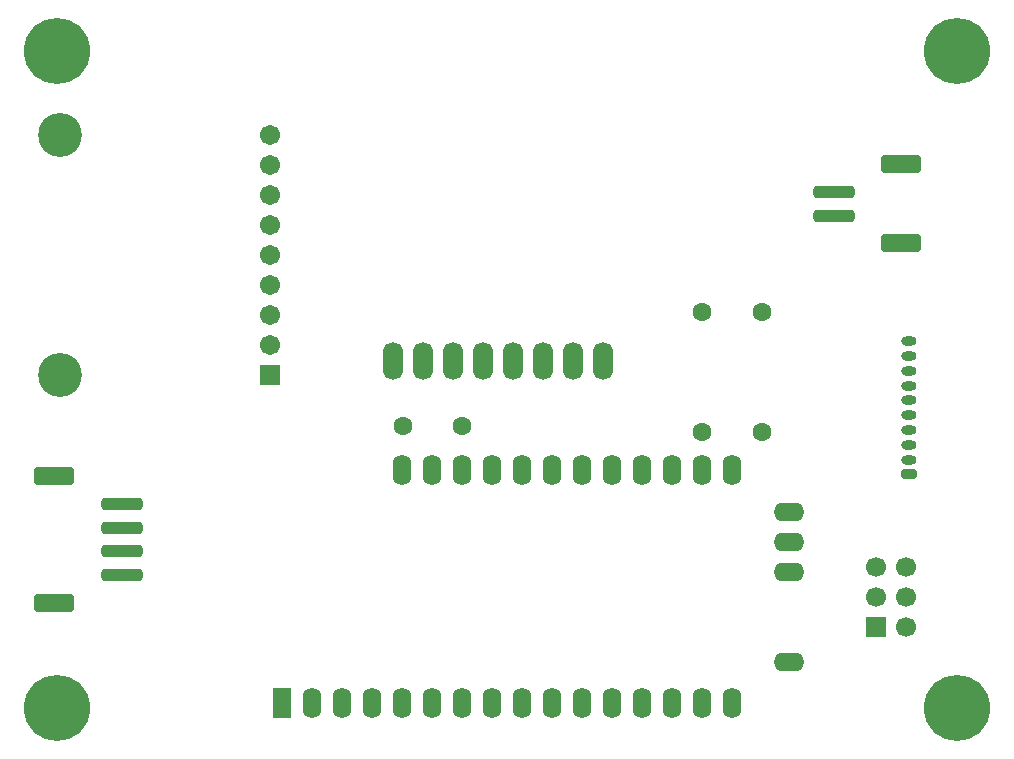
<source format=gbr>
%TF.GenerationSoftware,KiCad,Pcbnew,9.0.4*%
%TF.CreationDate,2025-11-11T21:51:20-08:00*%
%TF.ProjectId,latex-launch-2-pcb,6c617465-782d-46c6-9175-6e63682d322d,rev?*%
%TF.SameCoordinates,Original*%
%TF.FileFunction,Soldermask,Top*%
%TF.FilePolarity,Negative*%
%FSLAX46Y46*%
G04 Gerber Fmt 4.6, Leading zero omitted, Abs format (unit mm)*
G04 Created by KiCad (PCBNEW 9.0.4) date 2025-11-11 21:51:20*
%MOMM*%
%LPD*%
G01*
G04 APERTURE LIST*
G04 Aperture macros list*
%AMRoundRect*
0 Rectangle with rounded corners*
0 $1 Rounding radius*
0 $2 $3 $4 $5 $6 $7 $8 $9 X,Y pos of 4 corners*
0 Add a 4 corners polygon primitive as box body*
4,1,4,$2,$3,$4,$5,$6,$7,$8,$9,$2,$3,0*
0 Add four circle primitives for the rounded corners*
1,1,$1+$1,$2,$3*
1,1,$1+$1,$4,$5*
1,1,$1+$1,$6,$7*
1,1,$1+$1,$8,$9*
0 Add four rect primitives between the rounded corners*
20,1,$1+$1,$2,$3,$4,$5,0*
20,1,$1+$1,$4,$5,$6,$7,0*
20,1,$1+$1,$6,$7,$8,$9,0*
20,1,$1+$1,$8,$9,$2,$3,0*%
G04 Aperture macros list end*
%ADD10RoundRect,0.250001X1.449999X-0.499999X1.449999X0.499999X-1.449999X0.499999X-1.449999X-0.499999X0*%
%ADD11RoundRect,0.250000X1.500000X-0.250000X1.500000X0.250000X-1.500000X0.250000X-1.500000X-0.250000X0*%
%ADD12C,5.600000*%
%ADD13O,1.704000X3.204000*%
%ADD14C,1.600000*%
%ADD15RoundRect,0.200000X0.450000X-0.200000X0.450000X0.200000X-0.450000X0.200000X-0.450000X-0.200000X0*%
%ADD16O,1.300000X0.800000*%
%ADD17RoundRect,0.250000X-1.500000X0.250000X-1.500000X-0.250000X1.500000X-0.250000X1.500000X0.250000X0*%
%ADD18RoundRect,0.250001X-1.449999X0.499999X-1.449999X-0.499999X1.449999X-0.499999X1.449999X0.499999X0*%
%ADD19RoundRect,0.250000X0.550000X-1.050000X0.550000X1.050000X-0.550000X1.050000X-0.550000X-1.050000X0*%
%ADD20O,1.600000X2.600000*%
%ADD21O,2.600000X1.600000*%
%ADD22R,1.700000X1.700000*%
%ADD23C,1.700000*%
%ADD24RoundRect,0.102000X0.754000X-0.754000X0.754000X0.754000X-0.754000X0.754000X-0.754000X-0.754000X0*%
%ADD25C,1.712000*%
%ADD26C,3.720000*%
G04 APERTURE END LIST*
D10*
%TO.C,J3*%
X186034000Y-83518000D03*
X186034000Y-90218000D03*
D11*
X180284000Y-85868000D03*
X180284000Y-87868000D03*
%TD*%
D12*
%TO.C,H1*%
X114554000Y-73914000D03*
%TD*%
%TO.C,H4*%
X190754000Y-73914000D03*
%TD*%
%TO.C,H3*%
X190754000Y-129540000D03*
%TD*%
%TO.C,H2*%
X114554000Y-129540000D03*
%TD*%
D13*
%TO.C,J6*%
X160750000Y-100203000D03*
X158210000Y-100203000D03*
X155670000Y-100203000D03*
X153130000Y-100203000D03*
X150590000Y-100203000D03*
X148050000Y-100203000D03*
X145510000Y-100203000D03*
X142970000Y-100203000D03*
%TD*%
D14*
%TO.C,R1*%
X174244000Y-96012000D03*
X174244000Y-106172000D03*
%TD*%
D15*
%TO.C,J1*%
X186637000Y-109765000D03*
D16*
X186637000Y-108515000D03*
X186637000Y-107265000D03*
X186637000Y-106015000D03*
X186637000Y-104765000D03*
X186637000Y-103515000D03*
X186637000Y-102265000D03*
X186637000Y-101015000D03*
X186637000Y-99765000D03*
X186637000Y-98515000D03*
%TD*%
D14*
%TO.C,R2*%
X169164000Y-106172000D03*
X169164000Y-96012000D03*
%TD*%
D17*
%TO.C,J4*%
X120050000Y-112300000D03*
X120050000Y-114300000D03*
X120050000Y-116300000D03*
X120050000Y-118300000D03*
D18*
X114300000Y-109950000D03*
X114300000Y-120650000D03*
%TD*%
D14*
%TO.C,C1*%
X148804000Y-105664000D03*
X143804000Y-105664000D03*
%TD*%
D19*
%TO.C,A1*%
X133604000Y-129132500D03*
D20*
X136144000Y-129132500D03*
X138684000Y-129132500D03*
X141224000Y-129132500D03*
X143764000Y-129132500D03*
X146304000Y-129132500D03*
X148844000Y-129132500D03*
X151384000Y-129132500D03*
X153924000Y-129132500D03*
X156464000Y-129132500D03*
X159004000Y-129132500D03*
X161544000Y-129132500D03*
X164084000Y-129132500D03*
X166624000Y-129132500D03*
X169164000Y-129132500D03*
X171704000Y-129132500D03*
X171704000Y-109412500D03*
X169164000Y-109412500D03*
X166624000Y-109412500D03*
X164084000Y-109412500D03*
X161544000Y-109412500D03*
X159004000Y-109412500D03*
X156464000Y-109412500D03*
X153924000Y-109412500D03*
X151384000Y-109412500D03*
X148844000Y-109412500D03*
X146304000Y-109412500D03*
X143764000Y-109412500D03*
D21*
X176484000Y-125622500D03*
X176484000Y-118002500D03*
X176484000Y-115462500D03*
X176484000Y-112922500D03*
%TD*%
D22*
%TO.C,J2*%
X183896000Y-122682000D03*
D23*
X186436000Y-122682000D03*
X183896000Y-120142000D03*
X186436000Y-120142000D03*
X183896000Y-117602000D03*
X186436000Y-117602000D03*
%TD*%
D24*
%TO.C,J5*%
X132588000Y-101346000D03*
D25*
X132588000Y-98806000D03*
X132588000Y-96266000D03*
X132588000Y-93726000D03*
X132588000Y-91186000D03*
X132588000Y-88646000D03*
X132588000Y-86106000D03*
X132588000Y-83566000D03*
X132588000Y-81026000D03*
D26*
X114808000Y-101346000D03*
X114808000Y-81026000D03*
%TD*%
M02*

</source>
